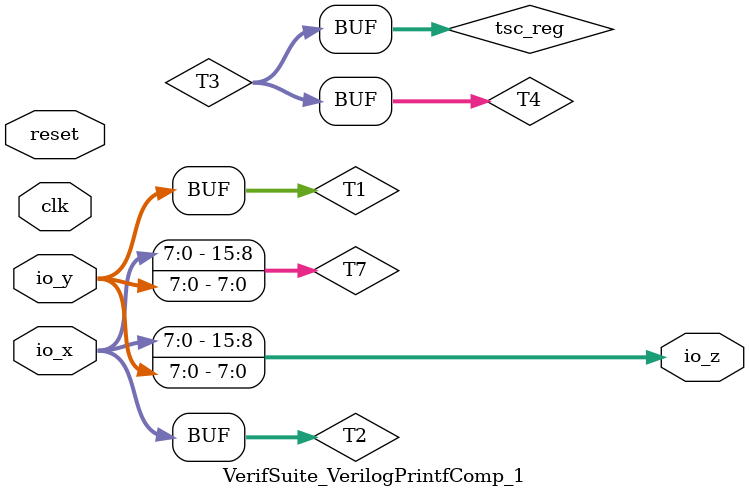
<source format=v>
module VerifSuite_VerilogPrintfComp_1(input clk, input reset,
    input [7:0] io_x,
    input [7:0] io_y,
    output[15:0] io_z
);

  wire T0;
  wire[7:0] T1;
  wire[7:0] T2;
  wire[31:0] T3;
  wire[31:0] T4;
  reg [31:0] tsc_reg;
  wire[31:0] T8;
  wire[31:0] T5;
  wire[199:0] T6;
  wire[15:0] T7;

`ifndef SYNTHESIS
  integer initvar;
  initial begin
    #0.002;
    tsc_reg = {1{$random}};
  end
`endif

  assign T0 = reset ^ 1'h1;
  assign T1 = io_y;
  assign T2 = io_x;
  assign T3 = T4;
  assign T4 = tsc_reg[5'h1f:1'h0];
  assign T8 = reset ? 32'h0 : T5;
  assign T5 = tsc_reg + 32'h1;
  assign io_z = T7;
  assign T7 = {io_x, io_y};

  always @(posedge clk) begin
    if(reset) begin
      tsc_reg <= 32'h0;
    end else begin
      tsc_reg <= T5;
    end
`ifndef SYNTHESIS
`ifdef PRINTF_COND
    if (`PRINTF_COND)
`endif
      if (T0)
        $fwrite(32'h80000002, "Cyc= %d io: %h %h", T3, T2, T1);
`endif
  end
endmodule


</source>
